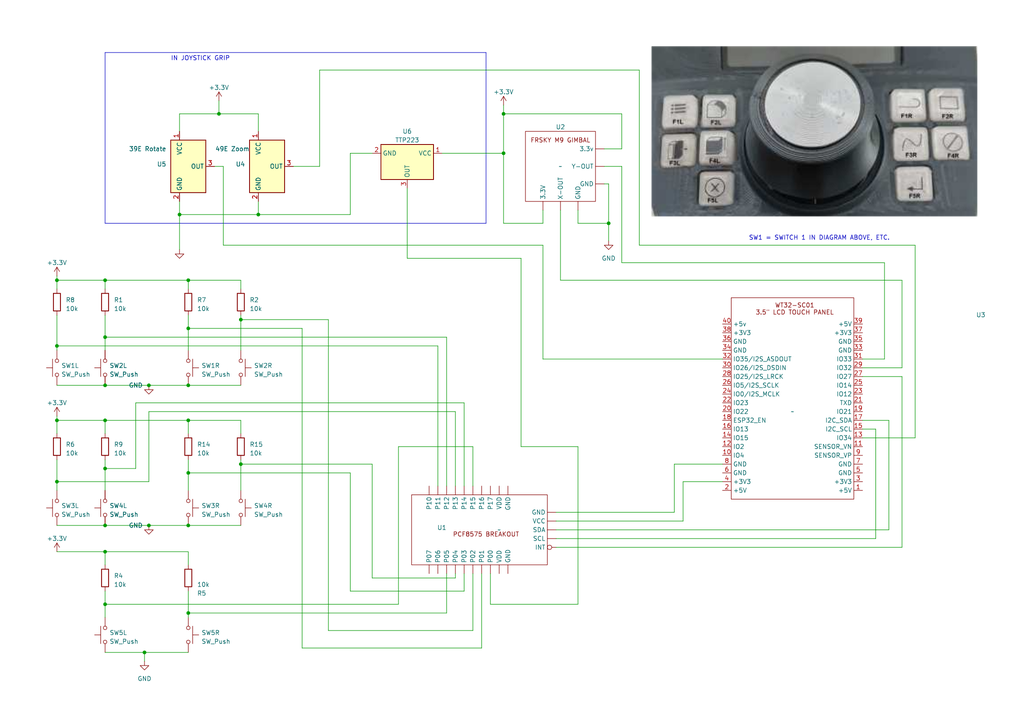
<source format=kicad_sch>
(kicad_sch (version 20230121) (generator eeschema)
  (paper "A4")
  (title_block (title "CADDeck Wiring Diagram") (date "2023-04-02") (rev "1") (company "Andrew Fernie") (comment 1 "Revised Dirk König"))
  (lib_symbols
    (symbol "Andrew:FrSky_M9_Joystick"
      (property "Reference" "U" (at 0 0 0))
      (symbol "FrSky_M9_Joystick_0_1"
        (rectangle (start -10.16 10.16) (end 10.16 -10.16))
        (text "FRSKY M9 GIMBAL" (at 0 7.62 0) (effects (font (size 1.27 1.27))))
      )
      (symbol "FrSky_M9_Joystick_1_1"
        (pin input line (at 5.08 -12.7 90) (length 2.54) (name "3.3V") (number ""))
        (pin input line (at -12.7 5.08 0) (length 2.54) (name "3.3v") (number ""))
        (pin input line (at -12.7 -5.08 0) (length 2.54) (name "GND") (number ""))
        (pin input line (at -5.08 -12.7 90) (length 2.54) (name "GND") (number ""))
        (pin output line (at 0 -12.7 90) (length 2.54) (name "X-OUT") (number ""))
        (pin output line (at -12.7 0 0) (length 2.54) (name "Y-OUT") (number ""))
      )
    )
    (symbol "Andrew:WT32-SC01"
      (property "Reference" "U" (at 0 0 0))
      (symbol "WT32-SC01_0_1"
        (rectangle (start -17.78 33.02) (end 17.78 -25.4))
        (text "WT32-SC01\n3.5\" LCD TOUCH PANEL" (at 0.635 29.845 0) (effects (font (size 1.27 1.27))))
      )
      (symbol "WT32-SC01_1_1"
        (pin power_in line (at 20.32 -22.86 180) (length 2.54) (name "+5V") (number "1"))
        (pin bidirectional line (at -20.32 -12.7 0) (length 2.54) (name "IO4") (number "10"))
        (pin bidirectional line (at 20.32 -10.16 180) (length 2.54) (name "SENSOR_VN") (number "11"))
        (pin bidirectional line (at -20.32 -10.16 0) (length 2.54) (name "IO2") (number "12"))
        (pin bidirectional line (at 20.32 -7.62 180) (length 2.54) (name "IO34") (number "13"))
        (pin bidirectional line (at -20.32 -7.62 0) (length 2.54) (name "IO15") (number "14"))
        (pin output line (at 20.32 -5.08 180) (length 2.54) (name "I2C_SCL") (number "15"))
        (pin bidirectional line (at -20.32 -5.08 0) (length 2.54) (name "IO13") (number "16"))
        (pin bidirectional line (at 20.32 -2.54 180) (length 2.54) (name "I2C_SDA") (number "17"))
        (pin bidirectional line (at -20.32 -2.54 0) (length 2.54) (name "ESP32_EN") (number "18"))
        (pin bidirectional line (at 20.32 0 180) (length 2.54) (name "IO21") (number "19"))
        (pin power_in line (at -20.32 -22.86 0) (length 2.54) (name "+5V") (number "2"))
        (pin bidirectional line (at -20.32 0 0) (length 2.54) (name "IO22") (number "20"))
        (pin bidirectional line (at 20.32 2.54 180) (length 2.54) (name "TXD") (number "21"))
        (pin bidirectional line (at -20.32 2.54 0) (length 2.54) (name "IO23") (number "22"))
        (pin bidirectional line (at 20.32 5.08 180) (length 2.54) (name "IO12") (number "23"))
        (pin bidirectional line (at -20.32 5.08 0) (length 2.54) (name "IO0/I2S_MCLK") (number "24"))
        (pin bidirectional line (at 20.32 7.62 180) (length 2.54) (name "IO14") (number "25"))
        (pin bidirectional line (at -20.32 7.62 0) (length 2.54) (name "IO5/I2S_SCLK") (number "26"))
        (pin bidirectional line (at 20.32 10.16 180) (length 2.54) (name "IO27") (number "27"))
        (pin bidirectional line (at -20.32 10.16 0) (length 2.54) (name "IO25/I2S_LRCK") (number "28"))
        (pin bidirectional line (at 20.32 12.7 180) (length 2.54) (name "IO32") (number "29"))
        (pin power_in line (at 20.32 -20.32 180) (length 2.54) (name "+3V3") (number "3"))
        (pin bidirectional line (at -20.32 12.7 0) (length 2.54) (name "IO26/I2S_DSDIN") (number "30"))
        (pin bidirectional line (at 20.32 15.24 180) (length 2.54) (name "IO33") (number "31"))
        (pin bidirectional line (at -20.32 15.24 0) (length 2.54) (name "IO35/I2S_ASDOUT") (number "32"))
        (pin power_in line (at 20.32 17.78 180) (length 2.54) (name "GND") (number "33"))
        (pin power_in line (at -20.32 17.78 0) (length 2.54) (name "GND") (number "34"))
        (pin power_in line (at 20.32 20.32 180) (length 2.54) (name "GND") (number "35"))
        (pin power_in line (at -20.32 20.32 0) (length 2.54) (name "GND") (number "36"))
        (pin power_in line (at 20.32 22.86 180) (length 2.54) (name "+3V3") (number "37"))
        (pin power_in line (at -20.32 22.86 0) (length 2.54) (name "+3V3") (number "38"))
        (pin power_in line (at 20.32 25.4 180) (length 2.54) (name "+5V") (number "39"))
        (pin power_in line (at -20.32 -20.32 0) (length 2.54) (name "+3V3") (number "4"))
        (pin power_in line (at -20.32 25.4 0) (length 2.54) (name "+5v") (number "40"))
        (pin power_in line (at 20.32 -17.78 180) (length 2.54) (name "GND") (number "5"))
        (pin power_in line (at -20.32 -17.78 0) (length 2.54) (name "GND") (number "6"))
        (pin power_in line (at 20.32 -15.24 180) (length 2.54) (name "GND") (number "7"))
        (pin power_in line (at -20.32 -15.24 0) (length 2.54) (name "GND") (number "8"))
        (pin bidirectional line (at 20.32 -12.7 180) (length 2.54) (name "SENSOR_VP") (number "9"))
      )
    )
    (symbol "Device:R" (pin_numbers hide) (pin_names (offset 0))
      (property "Reference" "R" (at 2.032 0 90))
      (property "Value" "R" (at 0 0 90))
      (symbol "R_0_1"
        (rectangle (start -1.016 -2.54) (end 1.016 2.54) (stroke (width 0.254)))
      )
      (symbol "R_1_1"
        (pin passive line (at 0 3.81 270) (length 1.27) (name "~") (number "1"))
        (pin passive line (at 0 -3.81 90) (length 1.27) (name "~") (number "2"))
      )
    )
    (symbol "PCF8575 Breakout:PCF8575_Breakout"
      (property "Reference" "U" (at -5.08 -1.27 0))
      (symbol "PCF8575_Breakout_0_1"
        (rectangle (start -25.4 10.16) (end 13.97 -10.16))
        (text "PCF8575 BREAKOUT" (at -3.81 1.27 0) (effects (font (size 1.27 1.27))))
      )
      (symbol "PCF8575_Breakout_1_1"
        (pin input line (at 2.54 -12.7 90) (length 2.54) (name "GND") (number ""))
        (pin input line (at 2.54 12.7 270) (length 2.54) (name "GND") (number ""))
        (pin input line (at 16.51 -5.08 180) (length 2.54) (name "GND") (number ""))
        (pin output inverted (at 16.51 5.08 180) (length 2.54) (name "INT") (number ""))
        (pin input line (at -2.54 12.7 270) (length 2.54) (name "P00") (number ""))
        (pin input line (at -5.08 12.7 270) (length 2.54) (name "P01") (number ""))
        (pin input line (at -7.62 12.7 270) (length 2.54) (name "P02") (number ""))
        (pin input line (at -10.16 12.7 270) (length 2.54) (name "P03") (number ""))
        (pin input line (at -12.7 12.7 270) (length 2.54) (name "P04") (number ""))
        (pin input line (at -15.24 12.7 270) (length 2.54) (name "P05") (number ""))
        (pin input line (at -17.78 12.7 270) (length 2.54) (name "P06") (number ""))
        (pin input line (at -20.32 12.7 270) (length 2.54) (name "P07") (number ""))
        (pin input line (at -20.32 -12.7 90) (length 2.54) (name "P10") (number ""))
        (pin input line (at -17.78 -12.7 90) (length 2.54) (name "P11") (number ""))
        (pin input line (at -15.24 -12.7 90) (length 2.54) (name "P12") (number ""))
        (pin input line (at -12.7 -12.7 90) (length 2.54) (name "P13") (number ""))
        (pin input line (at -10.16 -12.7 90) (length 2.54) (name "P14") (number ""))
        (pin input line (at -7.62 -12.7 90) (length 2.54) (name "P15") (number ""))
        (pin input line (at -5.08 -12.7 90) (length 2.54) (name "P16") (number ""))
        (pin input line (at -2.54 -12.7 90) (length 2.54) (name "P17") (number ""))
        (pin input line (at 16.51 2.54 180) (length 2.54) (name "SCL") (number ""))
        (pin input line (at 16.51 0 180) (length 2.54) (name "SDA") (number ""))
        (pin input line (at 16.51 -2.54 180) (length 2.54) (name "VCC") (number ""))
        (pin input line (at 0 -12.7 90) (length 2.54) (name "VDD") (number ""))
        (pin input line (at 0 12.7 270) (length 2.54) (name "VDD") (number ""))
      )
    )
    (symbol "Sensor_Magnetic:DRV5033AJxLPG"
      (property "Reference" "U" (at 5.08 12.7 0))
      (property "Value" "DRV5033AJxLPG" (at 7.62 10.16 0))
      (symbol "DRV5033AJxLPG_1_1"
        (rectangle (start -5.08 7.62) (end 5.08 -7.62) (stroke (width 0.254)) (fill (type background)))
        (pin power_in line (at -2.54 10.16 270) (length 2.54) (name "VCC") (number "1"))
        (pin power_in line (at -2.54 -10.16 90) (length 2.54) (name "GND") (number "2"))
        (pin output line (at 7.62 0 180) (length 2.54) (name "OUT") (number "3"))
      )
    )
    (symbol "Switch:SW_Push" (pin_numbers hide) (pin_names (offset 1.016) hide)
      (property "Reference" "SW" (at 1.27 2.54 0))
      (property "Value" "SW_Push" (at 0 -1.524 0))
      (symbol "SW_Push_0_1"
        (circle (center -2.032 0) (radius 0.508))
        (polyline (pts (xy 0 1.27) (xy 0 3.048)))
        (polyline (pts (xy 2.54 1.27) (xy -2.54 1.27)))
        (circle (center 2.032 0) (radius 0.508))
        (pin passive line (at -5.08 0 0) (length 2.54) (name "1") (number "1"))
        (pin passive line (at 5.08 0 180) (length 2.54) (name "2") (number "2"))
      )
    )
    (symbol "power:+3.3V" (power) (pin_names (offset 0))
      (property "Value" "+3.3V" (at 0 3.556 0))
      (symbol "+3.3V_0_1"
        (polyline (pts (xy -0.762 1.27) (xy 0 2.54)))
        (polyline (pts (xy 0 0) (xy 0 2.54)))
        (polyline (pts (xy 0 2.54) (xy 0.762 1.27)))
      )
      (symbol "+3.3V_1_1"
        (pin power_in line (at 0 0 90) (length 0) hide (name "+3.3V") (number "1"))
      )
    )
    (symbol "power:GND" (power) (pin_names (offset 0))
      (property "Value" "GND" (at 0 -3.81 0))
      (symbol "GND_0_1"
        (polyline (pts (xy 0 0) (xy 0 -1.27) (xy 1.27 -1.27) (xy 0 -2.54) (xy -1.27 -1.27) (xy 0 -1.27)))
      )
      (symbol "GND_1_1"
        (pin power_in line (at 0 0 270) (length 0) hide (name "GND") (number "1"))
      )
    )
  )
  (junction (at 16.51 100.33))
  (junction (at 16.51 139.7))
  (junction (at 30.48 175.26))
  (junction (at 54.61 152.4))
  (junction (at 54.61 95.25))
  (junction (at 30.48 81.28))
  (junction (at 30.48 111.76))
  (junction (at 43.18 111.76))
  (junction (at 74.93 62.23))
  (junction (at 146.05 44.45))
  (junction (at 54.61 121.92))
  (junction (at 54.61 111.76))
  (junction (at 30.48 160.02))
  (junction (at 63.5 33.02))
  (junction (at 30.48 135.89))
  (junction (at 176.53 64.77))
  (junction (at 52.07 62.23))
  (junction (at 41.91 189.23))
  (junction (at 54.61 177.8))
  (junction (at 43.18 152.4))
  (junction (at 54.61 137.16))
  (junction (at 30.48 152.4))
  (junction (at 30.48 97.79))
  (junction (at 69.85 92.71))
  (junction (at 146.05 33.02))
  (junction (at 69.85 134.62))
  (junction (at 30.48 121.92))
  (junction (at 16.51 81.28))
  (junction (at 54.61 81.28))
  (junction (at 16.51 121.92))
  (wire (pts (xy 157.48 71.12) (xy 157.48 104.14)))
  (wire (pts (xy 107.95 167.64) (xy 107.95 134.62)))
  (polyline (pts (xy 140.97 15.24) (xy 140.97 64.77)))
  (wire (pts (xy 101.6 137.16) (xy 54.61 137.16)))
  (wire (pts (xy 132.08 166.37) (xy 132.08 167.64)))
  (wire (pts (xy 43.18 111.76) (xy 54.61 111.76)))
  (wire (pts (xy 54.61 81.28) (xy 30.48 81.28)))
  (wire (pts (xy 137.16 182.88) (xy 95.25 182.88)))
  (wire (pts (xy 64.77 71.12) (xy 157.48 71.12)))
  (wire (pts (xy 139.7 166.37) (xy 139.7 187.96)))
  (wire (pts (xy 54.61 160.02) (xy 30.48 160.02)))
  (wire (pts (xy 250.19 109.22) (xy 261.62 109.22)))
  (wire (pts (xy 127 140.97) (xy 127 100.33)))
  (wire (pts (xy 257.81 121.92) (xy 257.81 153.67)))
  (wire (pts (xy 128.27 44.45) (xy 146.05 44.45)))
  (wire (pts (xy 30.48 125.73) (xy 30.48 121.92)))
  (polyline (pts (xy 30.48 64.77) (xy 30.48 15.24)))
  (wire (pts (xy 87.63 187.96) (xy 87.63 95.25)))
  (wire (pts (xy 30.48 97.79) (xy 30.48 101.6)))
  (wire (pts (xy 254 124.46) (xy 254 156.21)))
  (wire (pts (xy 129.54 140.97) (xy 129.54 97.79)))
  (wire (pts (xy 30.48 91.44) (xy 30.48 97.79)))
  (wire (pts (xy 146.05 30.48) (xy 146.05 33.02)))
  (wire (pts (xy 63.5 29.21) (xy 63.5 33.02)))
  (wire (pts (xy 52.07 38.1) (xy 52.07 33.02)))
  (wire (pts (xy 250.19 121.92) (xy 257.81 121.92)))
  (wire (pts (xy 16.51 120.65) (xy 16.51 121.92)))
  (wire (pts (xy 16.51 80.01) (xy 16.51 81.28)))
  (wire (pts (xy 142.24 175.26) (xy 142.24 166.37)))
  (wire (pts (xy 146.05 44.45) (xy 146.05 64.77)))
  (wire (pts (xy 39.37 116.84) (xy 39.37 135.89)))
  (wire (pts (xy 261.62 109.22) (xy 261.62 158.75)))
  (wire (pts (xy 151.13 74.93) (xy 151.13 129.54)))
  (wire (pts (xy 139.7 187.96) (xy 87.63 187.96)))
  (wire (pts (xy 137.16 129.54) (xy 115.57 129.54)))
  (wire (pts (xy 265.43 71.12) (xy 265.43 127)))
  (wire (pts (xy 16.51 91.44) (xy 16.51 100.33)))
  (wire (pts (xy 52.07 33.02) (xy 63.5 33.02)))
  (wire (pts (xy 30.48 81.28) (xy 16.51 81.28)))
  (wire (pts (xy 54.61 152.4) (xy 69.85 152.4)))
  (wire (pts (xy 74.93 62.23) (xy 74.93 58.42)))
  (wire (pts (xy 54.61 111.76) (xy 69.85 111.76)))
  (wire (pts (xy 176.53 64.77) (xy 167.64 64.77)))
  (wire (pts (xy 16.51 133.35) (xy 16.51 139.7)))
  (wire (pts (xy 30.48 163.83) (xy 30.48 160.02)))
  (wire (pts (xy 30.48 121.92) (xy 16.51 121.92)))
  (wire (pts (xy 185.42 71.12) (xy 265.43 71.12)))
  (wire (pts (xy 30.48 97.79) (xy 129.54 97.79)))
  (wire (pts (xy 43.18 119.38) (xy 43.18 139.7)))
  (wire (pts (xy 256.54 76.2) (xy 256.54 104.14)))
  (wire (pts (xy 69.85 81.28) (xy 54.61 81.28)))
  (wire (pts (xy 195.58 148.59) (xy 195.58 134.62)))
  (wire (pts (xy 134.62 140.97) (xy 134.62 116.84)))
  (wire (pts (xy 180.34 48.26) (xy 180.34 76.2)))
  (wire (pts (xy 261.62 158.75) (xy 161.29 158.75)))
  (wire (pts (xy 157.48 64.77) (xy 157.48 60.96)))
  (wire (pts (xy 161.29 151.13) (xy 198.12 151.13)))
  (wire (pts (xy 16.51 152.4) (xy 30.48 152.4)))
  (wire (pts (xy 69.85 125.73) (xy 69.85 121.92)))
  (wire (pts (xy 30.48 111.76) (xy 43.18 111.76)))
  (wire (pts (xy 74.93 33.02) (xy 74.93 38.1)))
  (wire (pts (xy 16.51 81.28) (xy 16.51 83.82)))
  (wire (pts (xy 52.07 58.42) (xy 52.07 62.23)))
  (wire (pts (xy 167.64 129.54) (xy 167.64 175.26)))
  (wire (pts (xy 162.56 81.28) (xy 261.62 81.28)))
  (wire (pts (xy 129.54 166.37) (xy 129.54 177.8)))
  (wire (pts (xy 167.64 60.96) (xy 167.64 64.77)))
  (wire (pts (xy 30.48 171.45) (xy 30.48 175.26)))
  (wire (pts (xy 16.51 100.33) (xy 16.51 101.6)))
  (wire (pts (xy 54.61 171.45) (xy 54.61 177.8)))
  (wire (pts (xy 250.19 106.68) (xy 261.62 106.68)))
  (wire (pts (xy 176.53 53.34) (xy 176.53 64.77)))
  (wire (pts (xy 54.61 83.82) (xy 54.61 81.28)))
  (wire (pts (xy 52.07 62.23) (xy 74.93 62.23)))
  (wire (pts (xy 39.37 135.89) (xy 30.48 135.89)))
  (wire (pts (xy 41.91 189.23) (xy 41.91 191.77)))
  (wire (pts (xy 52.07 62.23) (xy 52.07 72.39)))
  (wire (pts (xy 54.61 125.73) (xy 54.61 121.92)))
  (polyline (pts (xy 30.48 15.24) (xy 140.97 15.24)))
  (wire (pts (xy 137.16 166.37) (xy 137.16 182.88)))
  (wire (pts (xy 95.25 182.88) (xy 95.25 92.71)))
  (wire (pts (xy 180.34 33.02) (xy 180.34 43.18)))
  (wire (pts (xy 198.12 151.13) (xy 198.12 139.7)))
  (wire (pts (xy 185.42 20.32) (xy 185.42 71.12)))
  (wire (pts (xy 115.57 129.54) (xy 115.57 175.26)))
  (wire (pts (xy 43.18 139.7) (xy 16.51 139.7)))
  (wire (pts (xy 132.08 140.97) (xy 132.08 119.38)))
  (wire (pts (xy 101.6 171.45) (xy 101.6 137.16)))
  (wire (pts (xy 54.61 177.8) (xy 54.61 179.07)))
  (wire (pts (xy 265.43 127) (xy 250.19 127)))
  (wire (pts (xy 16.51 121.92) (xy 16.51 125.73)))
  (wire (pts (xy 162.56 81.28) (xy 162.56 60.96)))
  (wire (pts (xy 146.05 33.02) (xy 180.34 33.02)))
  (wire (pts (xy 54.61 163.83) (xy 54.61 160.02)))
  (wire (pts (xy 54.61 133.35) (xy 54.61 137.16)))
  (wire (pts (xy 157.48 104.14) (xy 209.55 104.14)))
  (wire (pts (xy 134.62 166.37) (xy 134.62 171.45)))
  (wire (pts (xy 175.26 53.34) (xy 176.53 53.34)))
  (wire (pts (xy 195.58 134.62) (xy 209.55 134.62)))
  (wire (pts (xy 101.6 44.45) (xy 107.95 44.45)))
  (wire (pts (xy 132.08 119.38) (xy 43.18 119.38)))
  (wire (pts (xy 69.85 91.44) (xy 69.85 92.71)))
  (wire (pts (xy 118.11 74.93) (xy 151.13 74.93)))
  (wire (pts (xy 175.26 43.18) (xy 180.34 43.18)))
  (wire (pts (xy 30.48 189.23) (xy 41.91 189.23)))
  (wire (pts (xy 54.61 121.92) (xy 30.48 121.92)))
  (wire (pts (xy 69.85 133.35) (xy 69.85 134.62)))
  (wire (pts (xy 69.85 92.71) (xy 69.85 101.6)))
  (wire (pts (xy 127 100.33) (xy 16.51 100.33)))
  (wire (pts (xy 180.34 76.2) (xy 256.54 76.2)))
  (wire (pts (xy 63.5 33.02) (xy 74.93 33.02)))
  (wire (pts (xy 257.81 153.67) (xy 161.29 153.67)))
  (wire (pts (xy 69.85 83.82) (xy 69.85 81.28)))
  (wire (pts (xy 30.48 175.26) (xy 30.48 179.07)))
  (wire (pts (xy 30.48 152.4) (xy 43.18 152.4)))
  (polyline (pts (xy 140.97 64.77) (xy 30.48 64.77)))
  (wire (pts (xy 30.48 160.02) (xy 16.51 160.02)))
  (wire (pts (xy 250.19 124.46) (xy 254 124.46)))
  (wire (pts (xy 256.54 104.14) (xy 250.19 104.14)))
  (wire (pts (xy 134.62 171.45) (xy 101.6 171.45)))
  (wire (pts (xy 54.61 91.44) (xy 54.61 95.25)))
  (wire (pts (xy 101.6 62.23) (xy 74.93 62.23)))
  (wire (pts (xy 43.18 152.4) (xy 54.61 152.4)))
  (wire (pts (xy 64.77 48.26) (xy 64.77 71.12)))
  (wire (pts (xy 30.48 133.35) (xy 30.48 135.89)))
  (wire (pts (xy 92.71 48.26) (xy 92.71 20.32)))
  (wire (pts (xy 62.23 48.26) (xy 64.77 48.26)))
  (wire (pts (xy 16.51 139.7) (xy 16.51 142.24)))
  (wire (pts (xy 134.62 116.84) (xy 39.37 116.84)))
  (wire (pts (xy 161.29 148.59) (xy 195.58 148.59)))
  (wire (pts (xy 87.63 95.25) (xy 54.61 95.25)))
  (wire (pts (xy 85.09 48.26) (xy 92.71 48.26)))
  (wire (pts (xy 151.13 129.54) (xy 167.64 129.54)))
  (wire (pts (xy 30.48 83.82) (xy 30.48 81.28)))
  (wire (pts (xy 137.16 140.97) (xy 137.16 129.54)))
  (wire (pts (xy 175.26 48.26) (xy 180.34 48.26)))
  (wire (pts (xy 69.85 134.62) (xy 69.85 142.24)))
  (wire (pts (xy 118.11 54.61) (xy 118.11 74.93)))
  (wire (pts (xy 95.25 92.71) (xy 69.85 92.71)))
  (wire (pts (xy 176.53 64.77) (xy 176.53 69.85)))
  (wire (pts (xy 115.57 175.26) (xy 30.48 175.26)))
  (wire (pts (xy 54.61 137.16) (xy 54.61 142.24)))
  (wire (pts (xy 254 156.21) (xy 161.29 156.21)))
  (wire (pts (xy 16.51 111.76) (xy 30.48 111.76)))
  (wire (pts (xy 107.95 134.62) (xy 69.85 134.62)))
  (wire (pts (xy 41.91 189.23) (xy 54.61 189.23)))
  (wire (pts (xy 30.48 135.89) (xy 30.48 142.24)))
  (wire (pts (xy 92.71 20.32) (xy 185.42 20.32)))
  (wire (pts (xy 69.85 121.92) (xy 54.61 121.92)))
  (wire (pts (xy 101.6 44.45) (xy 101.6 62.23)))
  (wire (pts (xy 132.08 167.64) (xy 107.95 167.64)))
  (wire (pts (xy 54.61 95.25) (xy 54.61 101.6)))
  (wire (pts (xy 129.54 177.8) (xy 54.61 177.8)))
  (wire (pts (xy 146.05 33.02) (xy 146.05 44.45)))
  (wire (pts (xy 261.62 106.68) (xy 261.62 81.28)))
  (wire (pts (xy 198.12 139.7) (xy 209.55 139.7)))
  (wire (pts (xy 167.64 175.26) (xy 142.24 175.26)))
  (wire (pts (xy 146.05 64.77) (xy 157.48 64.77)))
  (image (at 236.22 38.1) (scale 3.06588))
  (text "IN JOYSTICK GRIP" (at 49.53 17.78 0) (effects (font (size 1.27 1.27)) (justify left bottom)))
  (text "SW1 = SWITCH 1 IN DIAGRAM ABOVE, ETC." (at 217.17 69.85 0) (effects (font (size 1.27 1.27)) (justify left bottom)))
  (symbol (lib_id "Device:R") (at 54.61 87.63 0) (unit 1)
    (property "Reference" "R7" (at 57.15 86.995 0) (effects (justify left)))
    (property "Value" "10k" (at 57.15 89.535 0) (effects (justify left)))
    (property "Footprint" "Resistor_SMD:R_0805_2012Metric_Pad1.20x1.40mm_HandSolder" (effects hide))
  )
  (symbol (lib_id "Switch:SW_Push") (at 30.48 184.15 90) (unit 1)
    (property "Reference" "SW5L" (at 31.75 183.515 90) (effects (justify right)))
    (property "Value" "SW_Push" (at 31.75 186.055 90) (effects (justify right)))
  )
  (symbol (lib_id "power:GND") (at 41.91 191.77 0) (unit 1)
    (property "Reference" "#PWR04" (effects hide))
    (property "Value" "GND" (at 41.91 196.85 0))
  )
  (symbol (lib_id "power:+3.3V") (at 63.5 29.21 0) (unit 1)
    (property "Reference" "#PWR07" (effects hide))
    (property "Value" "+3.3V" (at 63.5 25.4 0))
  )
  (symbol (lib_id "PCF8575 Breakout:PCF8575_Breakout") (at 144.78 153.67 0) (mirror x) (unit 1)
    (property "Reference" "U1" (at 129.54 153.035 0) (effects (justify right)))
    (property "Value" "~" (at 144.78 153.67 0))
  )
  (symbol (lib_id "Andrew:FrSky_M9_Joystick") (at 162.56 48.26 0) (mirror y) (unit 1)
    (property "Reference" "U2" (at 162.56 36.83 0))
    (property "Value" "~" (at 162.56 48.26 0))
  )
  (symbol (lib_id "Switch:SW_Push") (at 30.48 106.68 90) (unit 1)
    (property "Reference" "SW2L" (at 31.75 106.045 90) (effects (justify right)))
    (property "Value" "SW_Push" (at 31.75 108.585 90) (effects (justify right)))
  )
  (symbol (lib_id "Device:R") (at 54.61 167.64 0) (unit 1)
    (property "Reference" "R5" (at 57.15 172.085 0) (effects (justify left)))
    (property "Value" "10k" (at 57.15 169.545 0) (effects (justify left)))
  )
  (symbol (lib_id "Device:R") (at 54.61 129.54 0) (unit 1)
    (property "Reference" "R14" (at 57.15 128.905 0) (effects (justify left)))
    (property "Value" "10k" (at 57.15 131.445 0) (effects (justify left)))
    (property "Footprint" "Resistor_SMD:R_0805_2012Metric_Pad1.20x1.40mm_HandSolder" (effects hide))
  )
  (symbol (lib_id "Switch:SW_Push") (at 54.61 147.32 270) (unit 1)
    (property "Reference" "SW3R" (at 58.42 146.685 90) (effects (justify left)))
    (property "Value" "SW_Push" (at 58.42 149.225 90) (effects (justify left)))
  )
  (symbol (lib_id "Sensor_Magnetic:DRV5033AJxLPG") (at 54.61 48.26 0) (unit 1)
    (property "Reference" "U5" (at 48.26 47.625 0) (effects (justify right)))
    (property "Value" "39E Rotate" (at 48.26 43.18 0) (effects (justify right)))
    (property "Footprint" "Package_TO_SOT_THT:TO-92_Inline" (effects hide))
    (property "Datasheet" "https://www.ti.com/lit/ds/symlink/drv5033.pdf" (effects hide))
  )
  (symbol (lib_id "Switch:SW_Push") (at 30.48 147.32 90) (unit 1)
    (property "Reference" "SW4L" (at 31.75 146.685 90) (effects (justify right)))
    (property "Value" "SW_Push" (at 31.75 149.225 90) (effects (justify right)))
  )
  (symbol (lib_id "Switch:SW_Push") (at 54.61 184.15 270) (unit 1)
    (property "Reference" "SW5R" (at 58.42 183.515 90) (effects (justify left)))
    (property "Value" "SW_Push" (at 58.42 186.055 90) (effects (justify left)))
  )
  (symbol (lib_id "Switch:SW_Push") (at 69.85 147.32 270) (unit 1)
    (property "Reference" "SW4R" (at 73.66 146.685 90) (effects (justify left)))
    (property "Value" "SW_Push" (at 73.66 149.225 90) (effects (justify left)))
  )
  (symbol (lib_id "Device:R") (at 69.85 87.63 0) (unit 1)
    (property "Reference" "R2" (at 72.39 86.995 0) (effects (justify left)))
    (property "Value" "10k" (at 72.39 89.535 0) (effects (justify left)))
    (property "Footprint" "Resistor_SMD:R_0805_2012Metric_Pad1.20x1.40mm_HandSolder" (effects hide))
  )
  (symbol (lib_id "Device:R") (at 30.48 87.63 0) (unit 1)
    (property "Reference" "R1" (at 33.02 86.995 0) (effects (justify left)))
    (property "Value" "10k" (at 33.02 89.535 0) (effects (justify left)))
    (property "Footprint" "Resistor_SMD:R_0805_2012Metric_Pad1.20x1.40mm_HandSolder" (effects hide))
  )
  (symbol (lib_id "power:GND") (at 52.07 72.39 0) (unit 1)
    (property "Reference" "#PWR02" (effects hide))
    (property "Value" "GND" (effects hide))
  )
  (symbol (lib_id "Sensor_Magnetic:DRV5033AJxLPG") (at 118.11 46.99 270) (unit 1)
    (property "Reference" "U6" (at 118.11 38.1 90))
    (property "Value" "TTP223" (at 118.11 40.64 90))
    (property "Footprint" "Package_TO_SOT_THT:TO-92_Inline" (effects hide))
    (property "Datasheet" "https://www.ti.com/lit/ds/symlink/drv5033.pdf" (effects hide))
  )
  (symbol (lib_id "power:+3.3V") (at 146.05 30.48 0) (unit 1)
    (property "Reference" "#PWR010" (effects hide))
    (property "Value" "+3.3V" (at 146.05 26.67 0))
  )
  (symbol (lib_id "Switch:SW_Push") (at 16.51 106.68 90) (unit 1)
    (property "Reference" "SW1L" (at 17.78 106.045 90) (effects (justify right)))
    (property "Value" "SW_Push" (at 17.78 108.585 90) (effects (justify right)))
  )
  (symbol (lib_id "Switch:SW_Push") (at 54.61 106.68 270) (unit 1)
    (property "Reference" "SW1R" (at 58.42 106.045 90) (effects (justify left)))
    (property "Value" "SW_Push" (at 58.42 108.585 90) (effects (justify left)))
  )
  (symbol (lib_id "Andrew:WT32-SC01") (at 229.87 119.38 0) (unit 1)
    (property "Reference" "U3" (at 284.48 91.3383 0))
    (property "Value" "~" (at 229.87 119.38 0))
  )
  (symbol (lib_id "Device:R") (at 16.51 129.54 0) (unit 1)
    (property "Reference" "R6" (at 19.05 128.905 0) (effects (justify left)))
    (property "Value" "10k" (at 19.05 131.445 0) (effects (justify left)))
  )
  (symbol (lib_id "Device:R") (at 30.48 129.54 0) (unit 1)
    (property "Reference" "R9" (at 33.02 128.905 0) (effects (justify left)))
    (property "Value" "10k" (at 33.02 131.445 0) (effects (justify left)))
    (property "Footprint" "Resistor_SMD:R_0805_2012Metric_Pad1.20x1.40mm_HandSolder" (effects hide))
  )
  (symbol (lib_id "Switch:SW_Push") (at 16.51 147.32 90) (unit 1)
    (property "Reference" "SW3L" (at 17.78 146.685 90) (effects (justify right)))
    (property "Value" "SW_Push" (at 17.78 149.225 90) (effects (justify right)))
  )
  (symbol (lib_id "Device:R") (at 30.48 167.64 0) (unit 1)
    (property "Reference" "R4" (at 33.02 167.005 0) (effects (justify left)))
    (property "Value" "10k" (at 33.02 169.545 0) (effects (justify left)))
  )
  (symbol (lib_id "power:+3.3V") (at 16.51 80.01 0) (unit 1)
    (property "Reference" "#PWR09" (effects hide))
    (property "Value" "+3.3V" (at 16.51 76.2 0))
  )
  (symbol (lib_id "Sensor_Magnetic:DRV5033AJxLPG") (at 77.47 48.26 0) (unit 1)
    (property "Reference" "U4" (at 71.12 47.625 0) (effects (justify right)))
    (property "Value" "49E Zoom" (at 72.39 43.18 0) (effects (justify right)))
    (property "Footprint" "Package_TO_SOT_THT:TO-92_Inline" (effects hide))
    (property "Datasheet" "https://www.ti.com/lit/ds/symlink/drv5033.pdf" (effects hide))
  )
  (symbol (lib_id "Device:R") (at 16.51 87.63 0) (unit 1)
    (property "Reference" "R8" (at 19.05 86.995 0) (effects (justify left)))
    (property "Value" "10k" (at 19.05 89.535 0) (effects (justify left)))
  )
  (symbol (lib_id "power:GND") (at 43.18 111.76 0) (unit 1)
    (property "Reference" "#PWR06" (effects hide))
    (property "Value" "GND" (at 39.37 111.76 0))
  )
  (symbol (lib_id "power:GND") (at 176.53 69.85 0) (unit 1)
    (property "Reference" "#PWR03" (effects hide))
    (property "Value" "GND" (at 176.53 74.93 0))
  )
  (symbol (lib_id "Device:R") (at 69.85 129.54 0) (unit 1)
    (property "Reference" "R15" (at 72.39 128.905 0) (effects (justify left)))
    (property "Value" "10k" (at 72.39 131.445 0) (effects (justify left)))
    (property "Footprint" "Resistor_SMD:R_0805_2012Metric_Pad1.20x1.40mm_HandSolder" (effects hide))
  )
  (symbol (lib_id "power:+3.3V") (at 16.51 120.65 0) (unit 1)
    (property "Reference" "#PWR05" (effects hide))
    (property "Value" "+3.3V" (at 16.51 116.84 0))
  )
  (symbol (lib_id "power:+3.3V") (at 16.51 160.02 0) (unit 1)
    (property "Reference" "#PWR011" (effects hide))
    (property "Value" "+3.3V" (at 16.51 156.21 0))
  )
  (symbol (lib_id "power:GND") (at 43.18 152.4 0) (unit 1)
    (property "Reference" "#PWR08" (effects hide))
    (property "Value" "GND" (at 39.37 152.4 0))
  )
  (symbol (lib_id "Switch:SW_Push") (at 69.85 106.68 270) (unit 1)
    (property "Reference" "SW2R" (at 73.66 106.045 90) (effects (justify left)))
    (property "Value" "SW_Push" (at 73.66 108.585 90) (effects (justify left)))
  )
)
</source>
